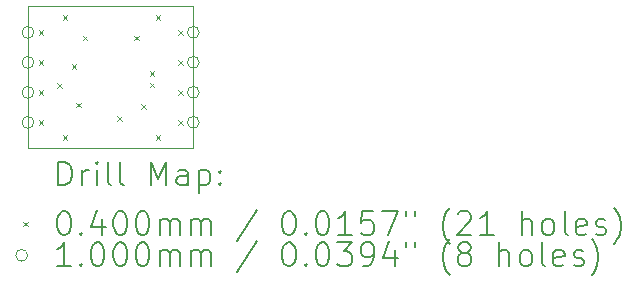
<source format=gbr>
%TF.GenerationSoftware,KiCad,Pcbnew,9.0.5+1*%
%TF.CreationDate,2025-11-07T10:46:58+01:00*%
%TF.ProjectId,ts17-tropic01-mini,74733137-2d74-4726-9f70-696330312d6d,rev?*%
%TF.SameCoordinates,Original*%
%TF.FileFunction,Drillmap*%
%TF.FilePolarity,Positive*%
%FSLAX45Y45*%
G04 Gerber Fmt 4.5, Leading zero omitted, Abs format (unit mm)*
G04 Created by KiCad (PCBNEW 9.0.5+1) date 2025-11-07 10:46:58*
%MOMM*%
%LPD*%
G01*
G04 APERTURE LIST*
%ADD10C,0.050000*%
%ADD11C,0.200000*%
%ADD12C,0.100000*%
G04 APERTURE END LIST*
D10*
X13000000Y-10200000D02*
X13000000Y-9000000D01*
X14400000Y-10200000D02*
X13000000Y-10200000D01*
X13000000Y-9000000D02*
X14400000Y-9000000D01*
X14400000Y-9000000D02*
X14400000Y-10200000D01*
D11*
D12*
X13090000Y-9199000D02*
X13130000Y-9239000D01*
X13130000Y-9199000D02*
X13090000Y-9239000D01*
X13090000Y-9453000D02*
X13130000Y-9493000D01*
X13130000Y-9453000D02*
X13090000Y-9493000D01*
X13090000Y-9707000D02*
X13130000Y-9747000D01*
X13130000Y-9707000D02*
X13090000Y-9747000D01*
X13090000Y-9961000D02*
X13130000Y-10001000D01*
X13130000Y-9961000D02*
X13090000Y-10001000D01*
X13250013Y-9646849D02*
X13290013Y-9686849D01*
X13290013Y-9646849D02*
X13250013Y-9686849D01*
X13294400Y-9072400D02*
X13334400Y-9112400D01*
X13334400Y-9072400D02*
X13294400Y-9112400D01*
X13294400Y-10088400D02*
X13334400Y-10128400D01*
X13334400Y-10088400D02*
X13294400Y-10128400D01*
X13370000Y-9490000D02*
X13410000Y-9530000D01*
X13410000Y-9490000D02*
X13370000Y-9530000D01*
X13411000Y-9814000D02*
X13451000Y-9854000D01*
X13451000Y-9814000D02*
X13411000Y-9854000D01*
X13463000Y-9248000D02*
X13503000Y-9288000D01*
X13503000Y-9248000D02*
X13463000Y-9288000D01*
X13755000Y-9930000D02*
X13795000Y-9970000D01*
X13795000Y-9930000D02*
X13755000Y-9970000D01*
X13897000Y-9247000D02*
X13937000Y-9287000D01*
X13937000Y-9247000D02*
X13897000Y-9287000D01*
X13960000Y-9830000D02*
X14000000Y-9870000D01*
X14000000Y-9830000D02*
X13960000Y-9870000D01*
X14030000Y-9545000D02*
X14070000Y-9585000D01*
X14070000Y-9545000D02*
X14030000Y-9585000D01*
X14030000Y-9645000D02*
X14070000Y-9685000D01*
X14070000Y-9645000D02*
X14030000Y-9685000D01*
X14081800Y-9072400D02*
X14121800Y-9112400D01*
X14121800Y-9072400D02*
X14081800Y-9112400D01*
X14081800Y-10088400D02*
X14121800Y-10128400D01*
X14121800Y-10088400D02*
X14081800Y-10128400D01*
X14270000Y-9199000D02*
X14310000Y-9239000D01*
X14310000Y-9199000D02*
X14270000Y-9239000D01*
X14270000Y-9453000D02*
X14310000Y-9493000D01*
X14310000Y-9453000D02*
X14270000Y-9493000D01*
X14270000Y-9707000D02*
X14310000Y-9747000D01*
X14310000Y-9707000D02*
X14270000Y-9747000D01*
X14270000Y-9961000D02*
X14310000Y-10001000D01*
X14310000Y-9961000D02*
X14270000Y-10001000D01*
X13050000Y-9219000D02*
G75*
G02*
X12950000Y-9219000I-50000J0D01*
G01*
X12950000Y-9219000D02*
G75*
G02*
X13050000Y-9219000I50000J0D01*
G01*
X13050000Y-9473000D02*
G75*
G02*
X12950000Y-9473000I-50000J0D01*
G01*
X12950000Y-9473000D02*
G75*
G02*
X13050000Y-9473000I50000J0D01*
G01*
X13050000Y-9727000D02*
G75*
G02*
X12950000Y-9727000I-50000J0D01*
G01*
X12950000Y-9727000D02*
G75*
G02*
X13050000Y-9727000I50000J0D01*
G01*
X13050000Y-9981000D02*
G75*
G02*
X12950000Y-9981000I-50000J0D01*
G01*
X12950000Y-9981000D02*
G75*
G02*
X13050000Y-9981000I50000J0D01*
G01*
X14450000Y-9219000D02*
G75*
G02*
X14350000Y-9219000I-50000J0D01*
G01*
X14350000Y-9219000D02*
G75*
G02*
X14450000Y-9219000I50000J0D01*
G01*
X14450000Y-9473000D02*
G75*
G02*
X14350000Y-9473000I-50000J0D01*
G01*
X14350000Y-9473000D02*
G75*
G02*
X14450000Y-9473000I50000J0D01*
G01*
X14450000Y-9727000D02*
G75*
G02*
X14350000Y-9727000I-50000J0D01*
G01*
X14350000Y-9727000D02*
G75*
G02*
X14450000Y-9727000I50000J0D01*
G01*
X14450000Y-9981000D02*
G75*
G02*
X14350000Y-9981000I-50000J0D01*
G01*
X14350000Y-9981000D02*
G75*
G02*
X14450000Y-9981000I50000J0D01*
G01*
D11*
X13258277Y-10513984D02*
X13258277Y-10313984D01*
X13258277Y-10313984D02*
X13305896Y-10313984D01*
X13305896Y-10313984D02*
X13334467Y-10323508D01*
X13334467Y-10323508D02*
X13353515Y-10342555D01*
X13353515Y-10342555D02*
X13363039Y-10361603D01*
X13363039Y-10361603D02*
X13372562Y-10399698D01*
X13372562Y-10399698D02*
X13372562Y-10428270D01*
X13372562Y-10428270D02*
X13363039Y-10466365D01*
X13363039Y-10466365D02*
X13353515Y-10485412D01*
X13353515Y-10485412D02*
X13334467Y-10504460D01*
X13334467Y-10504460D02*
X13305896Y-10513984D01*
X13305896Y-10513984D02*
X13258277Y-10513984D01*
X13458277Y-10513984D02*
X13458277Y-10380650D01*
X13458277Y-10418746D02*
X13467801Y-10399698D01*
X13467801Y-10399698D02*
X13477324Y-10390174D01*
X13477324Y-10390174D02*
X13496372Y-10380650D01*
X13496372Y-10380650D02*
X13515420Y-10380650D01*
X13582086Y-10513984D02*
X13582086Y-10380650D01*
X13582086Y-10313984D02*
X13572562Y-10323508D01*
X13572562Y-10323508D02*
X13582086Y-10333031D01*
X13582086Y-10333031D02*
X13591610Y-10323508D01*
X13591610Y-10323508D02*
X13582086Y-10313984D01*
X13582086Y-10313984D02*
X13582086Y-10333031D01*
X13705896Y-10513984D02*
X13686848Y-10504460D01*
X13686848Y-10504460D02*
X13677324Y-10485412D01*
X13677324Y-10485412D02*
X13677324Y-10313984D01*
X13810658Y-10513984D02*
X13791610Y-10504460D01*
X13791610Y-10504460D02*
X13782086Y-10485412D01*
X13782086Y-10485412D02*
X13782086Y-10313984D01*
X14039229Y-10513984D02*
X14039229Y-10313984D01*
X14039229Y-10313984D02*
X14105896Y-10456841D01*
X14105896Y-10456841D02*
X14172562Y-10313984D01*
X14172562Y-10313984D02*
X14172562Y-10513984D01*
X14353515Y-10513984D02*
X14353515Y-10409222D01*
X14353515Y-10409222D02*
X14343991Y-10390174D01*
X14343991Y-10390174D02*
X14324943Y-10380650D01*
X14324943Y-10380650D02*
X14286848Y-10380650D01*
X14286848Y-10380650D02*
X14267801Y-10390174D01*
X14353515Y-10504460D02*
X14334467Y-10513984D01*
X14334467Y-10513984D02*
X14286848Y-10513984D01*
X14286848Y-10513984D02*
X14267801Y-10504460D01*
X14267801Y-10504460D02*
X14258277Y-10485412D01*
X14258277Y-10485412D02*
X14258277Y-10466365D01*
X14258277Y-10466365D02*
X14267801Y-10447317D01*
X14267801Y-10447317D02*
X14286848Y-10437793D01*
X14286848Y-10437793D02*
X14334467Y-10437793D01*
X14334467Y-10437793D02*
X14353515Y-10428270D01*
X14448753Y-10380650D02*
X14448753Y-10580650D01*
X14448753Y-10390174D02*
X14467801Y-10380650D01*
X14467801Y-10380650D02*
X14505896Y-10380650D01*
X14505896Y-10380650D02*
X14524943Y-10390174D01*
X14524943Y-10390174D02*
X14534467Y-10399698D01*
X14534467Y-10399698D02*
X14543991Y-10418746D01*
X14543991Y-10418746D02*
X14543991Y-10475889D01*
X14543991Y-10475889D02*
X14534467Y-10494936D01*
X14534467Y-10494936D02*
X14524943Y-10504460D01*
X14524943Y-10504460D02*
X14505896Y-10513984D01*
X14505896Y-10513984D02*
X14467801Y-10513984D01*
X14467801Y-10513984D02*
X14448753Y-10504460D01*
X14629705Y-10494936D02*
X14639229Y-10504460D01*
X14639229Y-10504460D02*
X14629705Y-10513984D01*
X14629705Y-10513984D02*
X14620182Y-10504460D01*
X14620182Y-10504460D02*
X14629705Y-10494936D01*
X14629705Y-10494936D02*
X14629705Y-10513984D01*
X14629705Y-10390174D02*
X14639229Y-10399698D01*
X14639229Y-10399698D02*
X14629705Y-10409222D01*
X14629705Y-10409222D02*
X14620182Y-10399698D01*
X14620182Y-10399698D02*
X14629705Y-10390174D01*
X14629705Y-10390174D02*
X14629705Y-10409222D01*
D12*
X12957500Y-10822500D02*
X12997500Y-10862500D01*
X12997500Y-10822500D02*
X12957500Y-10862500D01*
D11*
X13296372Y-10733984D02*
X13315420Y-10733984D01*
X13315420Y-10733984D02*
X13334467Y-10743508D01*
X13334467Y-10743508D02*
X13343991Y-10753031D01*
X13343991Y-10753031D02*
X13353515Y-10772079D01*
X13353515Y-10772079D02*
X13363039Y-10810174D01*
X13363039Y-10810174D02*
X13363039Y-10857793D01*
X13363039Y-10857793D02*
X13353515Y-10895889D01*
X13353515Y-10895889D02*
X13343991Y-10914936D01*
X13343991Y-10914936D02*
X13334467Y-10924460D01*
X13334467Y-10924460D02*
X13315420Y-10933984D01*
X13315420Y-10933984D02*
X13296372Y-10933984D01*
X13296372Y-10933984D02*
X13277324Y-10924460D01*
X13277324Y-10924460D02*
X13267801Y-10914936D01*
X13267801Y-10914936D02*
X13258277Y-10895889D01*
X13258277Y-10895889D02*
X13248753Y-10857793D01*
X13248753Y-10857793D02*
X13248753Y-10810174D01*
X13248753Y-10810174D02*
X13258277Y-10772079D01*
X13258277Y-10772079D02*
X13267801Y-10753031D01*
X13267801Y-10753031D02*
X13277324Y-10743508D01*
X13277324Y-10743508D02*
X13296372Y-10733984D01*
X13448753Y-10914936D02*
X13458277Y-10924460D01*
X13458277Y-10924460D02*
X13448753Y-10933984D01*
X13448753Y-10933984D02*
X13439229Y-10924460D01*
X13439229Y-10924460D02*
X13448753Y-10914936D01*
X13448753Y-10914936D02*
X13448753Y-10933984D01*
X13629705Y-10800650D02*
X13629705Y-10933984D01*
X13582086Y-10724460D02*
X13534467Y-10867317D01*
X13534467Y-10867317D02*
X13658277Y-10867317D01*
X13772562Y-10733984D02*
X13791610Y-10733984D01*
X13791610Y-10733984D02*
X13810658Y-10743508D01*
X13810658Y-10743508D02*
X13820182Y-10753031D01*
X13820182Y-10753031D02*
X13829705Y-10772079D01*
X13829705Y-10772079D02*
X13839229Y-10810174D01*
X13839229Y-10810174D02*
X13839229Y-10857793D01*
X13839229Y-10857793D02*
X13829705Y-10895889D01*
X13829705Y-10895889D02*
X13820182Y-10914936D01*
X13820182Y-10914936D02*
X13810658Y-10924460D01*
X13810658Y-10924460D02*
X13791610Y-10933984D01*
X13791610Y-10933984D02*
X13772562Y-10933984D01*
X13772562Y-10933984D02*
X13753515Y-10924460D01*
X13753515Y-10924460D02*
X13743991Y-10914936D01*
X13743991Y-10914936D02*
X13734467Y-10895889D01*
X13734467Y-10895889D02*
X13724943Y-10857793D01*
X13724943Y-10857793D02*
X13724943Y-10810174D01*
X13724943Y-10810174D02*
X13734467Y-10772079D01*
X13734467Y-10772079D02*
X13743991Y-10753031D01*
X13743991Y-10753031D02*
X13753515Y-10743508D01*
X13753515Y-10743508D02*
X13772562Y-10733984D01*
X13963039Y-10733984D02*
X13982086Y-10733984D01*
X13982086Y-10733984D02*
X14001134Y-10743508D01*
X14001134Y-10743508D02*
X14010658Y-10753031D01*
X14010658Y-10753031D02*
X14020182Y-10772079D01*
X14020182Y-10772079D02*
X14029705Y-10810174D01*
X14029705Y-10810174D02*
X14029705Y-10857793D01*
X14029705Y-10857793D02*
X14020182Y-10895889D01*
X14020182Y-10895889D02*
X14010658Y-10914936D01*
X14010658Y-10914936D02*
X14001134Y-10924460D01*
X14001134Y-10924460D02*
X13982086Y-10933984D01*
X13982086Y-10933984D02*
X13963039Y-10933984D01*
X13963039Y-10933984D02*
X13943991Y-10924460D01*
X13943991Y-10924460D02*
X13934467Y-10914936D01*
X13934467Y-10914936D02*
X13924943Y-10895889D01*
X13924943Y-10895889D02*
X13915420Y-10857793D01*
X13915420Y-10857793D02*
X13915420Y-10810174D01*
X13915420Y-10810174D02*
X13924943Y-10772079D01*
X13924943Y-10772079D02*
X13934467Y-10753031D01*
X13934467Y-10753031D02*
X13943991Y-10743508D01*
X13943991Y-10743508D02*
X13963039Y-10733984D01*
X14115420Y-10933984D02*
X14115420Y-10800650D01*
X14115420Y-10819698D02*
X14124943Y-10810174D01*
X14124943Y-10810174D02*
X14143991Y-10800650D01*
X14143991Y-10800650D02*
X14172563Y-10800650D01*
X14172563Y-10800650D02*
X14191610Y-10810174D01*
X14191610Y-10810174D02*
X14201134Y-10829222D01*
X14201134Y-10829222D02*
X14201134Y-10933984D01*
X14201134Y-10829222D02*
X14210658Y-10810174D01*
X14210658Y-10810174D02*
X14229705Y-10800650D01*
X14229705Y-10800650D02*
X14258277Y-10800650D01*
X14258277Y-10800650D02*
X14277324Y-10810174D01*
X14277324Y-10810174D02*
X14286848Y-10829222D01*
X14286848Y-10829222D02*
X14286848Y-10933984D01*
X14382086Y-10933984D02*
X14382086Y-10800650D01*
X14382086Y-10819698D02*
X14391610Y-10810174D01*
X14391610Y-10810174D02*
X14410658Y-10800650D01*
X14410658Y-10800650D02*
X14439229Y-10800650D01*
X14439229Y-10800650D02*
X14458277Y-10810174D01*
X14458277Y-10810174D02*
X14467801Y-10829222D01*
X14467801Y-10829222D02*
X14467801Y-10933984D01*
X14467801Y-10829222D02*
X14477324Y-10810174D01*
X14477324Y-10810174D02*
X14496372Y-10800650D01*
X14496372Y-10800650D02*
X14524943Y-10800650D01*
X14524943Y-10800650D02*
X14543991Y-10810174D01*
X14543991Y-10810174D02*
X14553515Y-10829222D01*
X14553515Y-10829222D02*
X14553515Y-10933984D01*
X14943991Y-10724460D02*
X14772563Y-10981603D01*
X15201134Y-10733984D02*
X15220182Y-10733984D01*
X15220182Y-10733984D02*
X15239229Y-10743508D01*
X15239229Y-10743508D02*
X15248753Y-10753031D01*
X15248753Y-10753031D02*
X15258277Y-10772079D01*
X15258277Y-10772079D02*
X15267801Y-10810174D01*
X15267801Y-10810174D02*
X15267801Y-10857793D01*
X15267801Y-10857793D02*
X15258277Y-10895889D01*
X15258277Y-10895889D02*
X15248753Y-10914936D01*
X15248753Y-10914936D02*
X15239229Y-10924460D01*
X15239229Y-10924460D02*
X15220182Y-10933984D01*
X15220182Y-10933984D02*
X15201134Y-10933984D01*
X15201134Y-10933984D02*
X15182086Y-10924460D01*
X15182086Y-10924460D02*
X15172563Y-10914936D01*
X15172563Y-10914936D02*
X15163039Y-10895889D01*
X15163039Y-10895889D02*
X15153515Y-10857793D01*
X15153515Y-10857793D02*
X15153515Y-10810174D01*
X15153515Y-10810174D02*
X15163039Y-10772079D01*
X15163039Y-10772079D02*
X15172563Y-10753031D01*
X15172563Y-10753031D02*
X15182086Y-10743508D01*
X15182086Y-10743508D02*
X15201134Y-10733984D01*
X15353515Y-10914936D02*
X15363039Y-10924460D01*
X15363039Y-10924460D02*
X15353515Y-10933984D01*
X15353515Y-10933984D02*
X15343991Y-10924460D01*
X15343991Y-10924460D02*
X15353515Y-10914936D01*
X15353515Y-10914936D02*
X15353515Y-10933984D01*
X15486848Y-10733984D02*
X15505896Y-10733984D01*
X15505896Y-10733984D02*
X15524944Y-10743508D01*
X15524944Y-10743508D02*
X15534467Y-10753031D01*
X15534467Y-10753031D02*
X15543991Y-10772079D01*
X15543991Y-10772079D02*
X15553515Y-10810174D01*
X15553515Y-10810174D02*
X15553515Y-10857793D01*
X15553515Y-10857793D02*
X15543991Y-10895889D01*
X15543991Y-10895889D02*
X15534467Y-10914936D01*
X15534467Y-10914936D02*
X15524944Y-10924460D01*
X15524944Y-10924460D02*
X15505896Y-10933984D01*
X15505896Y-10933984D02*
X15486848Y-10933984D01*
X15486848Y-10933984D02*
X15467801Y-10924460D01*
X15467801Y-10924460D02*
X15458277Y-10914936D01*
X15458277Y-10914936D02*
X15448753Y-10895889D01*
X15448753Y-10895889D02*
X15439229Y-10857793D01*
X15439229Y-10857793D02*
X15439229Y-10810174D01*
X15439229Y-10810174D02*
X15448753Y-10772079D01*
X15448753Y-10772079D02*
X15458277Y-10753031D01*
X15458277Y-10753031D02*
X15467801Y-10743508D01*
X15467801Y-10743508D02*
X15486848Y-10733984D01*
X15743991Y-10933984D02*
X15629706Y-10933984D01*
X15686848Y-10933984D02*
X15686848Y-10733984D01*
X15686848Y-10733984D02*
X15667801Y-10762555D01*
X15667801Y-10762555D02*
X15648753Y-10781603D01*
X15648753Y-10781603D02*
X15629706Y-10791127D01*
X15924944Y-10733984D02*
X15829706Y-10733984D01*
X15829706Y-10733984D02*
X15820182Y-10829222D01*
X15820182Y-10829222D02*
X15829706Y-10819698D01*
X15829706Y-10819698D02*
X15848753Y-10810174D01*
X15848753Y-10810174D02*
X15896372Y-10810174D01*
X15896372Y-10810174D02*
X15915420Y-10819698D01*
X15915420Y-10819698D02*
X15924944Y-10829222D01*
X15924944Y-10829222D02*
X15934467Y-10848270D01*
X15934467Y-10848270D02*
X15934467Y-10895889D01*
X15934467Y-10895889D02*
X15924944Y-10914936D01*
X15924944Y-10914936D02*
X15915420Y-10924460D01*
X15915420Y-10924460D02*
X15896372Y-10933984D01*
X15896372Y-10933984D02*
X15848753Y-10933984D01*
X15848753Y-10933984D02*
X15829706Y-10924460D01*
X15829706Y-10924460D02*
X15820182Y-10914936D01*
X16001134Y-10733984D02*
X16134467Y-10733984D01*
X16134467Y-10733984D02*
X16048753Y-10933984D01*
X16201134Y-10733984D02*
X16201134Y-10772079D01*
X16277325Y-10733984D02*
X16277325Y-10772079D01*
X16572563Y-11010174D02*
X16563039Y-11000650D01*
X16563039Y-11000650D02*
X16543991Y-10972079D01*
X16543991Y-10972079D02*
X16534468Y-10953031D01*
X16534468Y-10953031D02*
X16524944Y-10924460D01*
X16524944Y-10924460D02*
X16515420Y-10876841D01*
X16515420Y-10876841D02*
X16515420Y-10838746D01*
X16515420Y-10838746D02*
X16524944Y-10791127D01*
X16524944Y-10791127D02*
X16534468Y-10762555D01*
X16534468Y-10762555D02*
X16543991Y-10743508D01*
X16543991Y-10743508D02*
X16563039Y-10714936D01*
X16563039Y-10714936D02*
X16572563Y-10705412D01*
X16639229Y-10753031D02*
X16648753Y-10743508D01*
X16648753Y-10743508D02*
X16667801Y-10733984D01*
X16667801Y-10733984D02*
X16715420Y-10733984D01*
X16715420Y-10733984D02*
X16734468Y-10743508D01*
X16734468Y-10743508D02*
X16743991Y-10753031D01*
X16743991Y-10753031D02*
X16753515Y-10772079D01*
X16753515Y-10772079D02*
X16753515Y-10791127D01*
X16753515Y-10791127D02*
X16743991Y-10819698D01*
X16743991Y-10819698D02*
X16629706Y-10933984D01*
X16629706Y-10933984D02*
X16753515Y-10933984D01*
X16943991Y-10933984D02*
X16829706Y-10933984D01*
X16886849Y-10933984D02*
X16886849Y-10733984D01*
X16886849Y-10733984D02*
X16867801Y-10762555D01*
X16867801Y-10762555D02*
X16848753Y-10781603D01*
X16848753Y-10781603D02*
X16829706Y-10791127D01*
X17182087Y-10933984D02*
X17182087Y-10733984D01*
X17267801Y-10933984D02*
X17267801Y-10829222D01*
X17267801Y-10829222D02*
X17258277Y-10810174D01*
X17258277Y-10810174D02*
X17239230Y-10800650D01*
X17239230Y-10800650D02*
X17210658Y-10800650D01*
X17210658Y-10800650D02*
X17191611Y-10810174D01*
X17191611Y-10810174D02*
X17182087Y-10819698D01*
X17391611Y-10933984D02*
X17372563Y-10924460D01*
X17372563Y-10924460D02*
X17363039Y-10914936D01*
X17363039Y-10914936D02*
X17353515Y-10895889D01*
X17353515Y-10895889D02*
X17353515Y-10838746D01*
X17353515Y-10838746D02*
X17363039Y-10819698D01*
X17363039Y-10819698D02*
X17372563Y-10810174D01*
X17372563Y-10810174D02*
X17391611Y-10800650D01*
X17391611Y-10800650D02*
X17420182Y-10800650D01*
X17420182Y-10800650D02*
X17439230Y-10810174D01*
X17439230Y-10810174D02*
X17448753Y-10819698D01*
X17448753Y-10819698D02*
X17458277Y-10838746D01*
X17458277Y-10838746D02*
X17458277Y-10895889D01*
X17458277Y-10895889D02*
X17448753Y-10914936D01*
X17448753Y-10914936D02*
X17439230Y-10924460D01*
X17439230Y-10924460D02*
X17420182Y-10933984D01*
X17420182Y-10933984D02*
X17391611Y-10933984D01*
X17572563Y-10933984D02*
X17553515Y-10924460D01*
X17553515Y-10924460D02*
X17543992Y-10905412D01*
X17543992Y-10905412D02*
X17543992Y-10733984D01*
X17724944Y-10924460D02*
X17705896Y-10933984D01*
X17705896Y-10933984D02*
X17667801Y-10933984D01*
X17667801Y-10933984D02*
X17648753Y-10924460D01*
X17648753Y-10924460D02*
X17639230Y-10905412D01*
X17639230Y-10905412D02*
X17639230Y-10829222D01*
X17639230Y-10829222D02*
X17648753Y-10810174D01*
X17648753Y-10810174D02*
X17667801Y-10800650D01*
X17667801Y-10800650D02*
X17705896Y-10800650D01*
X17705896Y-10800650D02*
X17724944Y-10810174D01*
X17724944Y-10810174D02*
X17734468Y-10829222D01*
X17734468Y-10829222D02*
X17734468Y-10848270D01*
X17734468Y-10848270D02*
X17639230Y-10867317D01*
X17810658Y-10924460D02*
X17829706Y-10933984D01*
X17829706Y-10933984D02*
X17867801Y-10933984D01*
X17867801Y-10933984D02*
X17886849Y-10924460D01*
X17886849Y-10924460D02*
X17896373Y-10905412D01*
X17896373Y-10905412D02*
X17896373Y-10895889D01*
X17896373Y-10895889D02*
X17886849Y-10876841D01*
X17886849Y-10876841D02*
X17867801Y-10867317D01*
X17867801Y-10867317D02*
X17839230Y-10867317D01*
X17839230Y-10867317D02*
X17820182Y-10857793D01*
X17820182Y-10857793D02*
X17810658Y-10838746D01*
X17810658Y-10838746D02*
X17810658Y-10829222D01*
X17810658Y-10829222D02*
X17820182Y-10810174D01*
X17820182Y-10810174D02*
X17839230Y-10800650D01*
X17839230Y-10800650D02*
X17867801Y-10800650D01*
X17867801Y-10800650D02*
X17886849Y-10810174D01*
X17963039Y-11010174D02*
X17972563Y-11000650D01*
X17972563Y-11000650D02*
X17991611Y-10972079D01*
X17991611Y-10972079D02*
X18001134Y-10953031D01*
X18001134Y-10953031D02*
X18010658Y-10924460D01*
X18010658Y-10924460D02*
X18020182Y-10876841D01*
X18020182Y-10876841D02*
X18020182Y-10838746D01*
X18020182Y-10838746D02*
X18010658Y-10791127D01*
X18010658Y-10791127D02*
X18001134Y-10762555D01*
X18001134Y-10762555D02*
X17991611Y-10743508D01*
X17991611Y-10743508D02*
X17972563Y-10714936D01*
X17972563Y-10714936D02*
X17963039Y-10705412D01*
D12*
X12997500Y-11106500D02*
G75*
G02*
X12897500Y-11106500I-50000J0D01*
G01*
X12897500Y-11106500D02*
G75*
G02*
X12997500Y-11106500I50000J0D01*
G01*
D11*
X13363039Y-11197984D02*
X13248753Y-11197984D01*
X13305896Y-11197984D02*
X13305896Y-10997984D01*
X13305896Y-10997984D02*
X13286848Y-11026555D01*
X13286848Y-11026555D02*
X13267801Y-11045603D01*
X13267801Y-11045603D02*
X13248753Y-11055127D01*
X13448753Y-11178936D02*
X13458277Y-11188460D01*
X13458277Y-11188460D02*
X13448753Y-11197984D01*
X13448753Y-11197984D02*
X13439229Y-11188460D01*
X13439229Y-11188460D02*
X13448753Y-11178936D01*
X13448753Y-11178936D02*
X13448753Y-11197984D01*
X13582086Y-10997984D02*
X13601134Y-10997984D01*
X13601134Y-10997984D02*
X13620182Y-11007508D01*
X13620182Y-11007508D02*
X13629705Y-11017031D01*
X13629705Y-11017031D02*
X13639229Y-11036079D01*
X13639229Y-11036079D02*
X13648753Y-11074174D01*
X13648753Y-11074174D02*
X13648753Y-11121793D01*
X13648753Y-11121793D02*
X13639229Y-11159889D01*
X13639229Y-11159889D02*
X13629705Y-11178936D01*
X13629705Y-11178936D02*
X13620182Y-11188460D01*
X13620182Y-11188460D02*
X13601134Y-11197984D01*
X13601134Y-11197984D02*
X13582086Y-11197984D01*
X13582086Y-11197984D02*
X13563039Y-11188460D01*
X13563039Y-11188460D02*
X13553515Y-11178936D01*
X13553515Y-11178936D02*
X13543991Y-11159889D01*
X13543991Y-11159889D02*
X13534467Y-11121793D01*
X13534467Y-11121793D02*
X13534467Y-11074174D01*
X13534467Y-11074174D02*
X13543991Y-11036079D01*
X13543991Y-11036079D02*
X13553515Y-11017031D01*
X13553515Y-11017031D02*
X13563039Y-11007508D01*
X13563039Y-11007508D02*
X13582086Y-10997984D01*
X13772562Y-10997984D02*
X13791610Y-10997984D01*
X13791610Y-10997984D02*
X13810658Y-11007508D01*
X13810658Y-11007508D02*
X13820182Y-11017031D01*
X13820182Y-11017031D02*
X13829705Y-11036079D01*
X13829705Y-11036079D02*
X13839229Y-11074174D01*
X13839229Y-11074174D02*
X13839229Y-11121793D01*
X13839229Y-11121793D02*
X13829705Y-11159889D01*
X13829705Y-11159889D02*
X13820182Y-11178936D01*
X13820182Y-11178936D02*
X13810658Y-11188460D01*
X13810658Y-11188460D02*
X13791610Y-11197984D01*
X13791610Y-11197984D02*
X13772562Y-11197984D01*
X13772562Y-11197984D02*
X13753515Y-11188460D01*
X13753515Y-11188460D02*
X13743991Y-11178936D01*
X13743991Y-11178936D02*
X13734467Y-11159889D01*
X13734467Y-11159889D02*
X13724943Y-11121793D01*
X13724943Y-11121793D02*
X13724943Y-11074174D01*
X13724943Y-11074174D02*
X13734467Y-11036079D01*
X13734467Y-11036079D02*
X13743991Y-11017031D01*
X13743991Y-11017031D02*
X13753515Y-11007508D01*
X13753515Y-11007508D02*
X13772562Y-10997984D01*
X13963039Y-10997984D02*
X13982086Y-10997984D01*
X13982086Y-10997984D02*
X14001134Y-11007508D01*
X14001134Y-11007508D02*
X14010658Y-11017031D01*
X14010658Y-11017031D02*
X14020182Y-11036079D01*
X14020182Y-11036079D02*
X14029705Y-11074174D01*
X14029705Y-11074174D02*
X14029705Y-11121793D01*
X14029705Y-11121793D02*
X14020182Y-11159889D01*
X14020182Y-11159889D02*
X14010658Y-11178936D01*
X14010658Y-11178936D02*
X14001134Y-11188460D01*
X14001134Y-11188460D02*
X13982086Y-11197984D01*
X13982086Y-11197984D02*
X13963039Y-11197984D01*
X13963039Y-11197984D02*
X13943991Y-11188460D01*
X13943991Y-11188460D02*
X13934467Y-11178936D01*
X13934467Y-11178936D02*
X13924943Y-11159889D01*
X13924943Y-11159889D02*
X13915420Y-11121793D01*
X13915420Y-11121793D02*
X13915420Y-11074174D01*
X13915420Y-11074174D02*
X13924943Y-11036079D01*
X13924943Y-11036079D02*
X13934467Y-11017031D01*
X13934467Y-11017031D02*
X13943991Y-11007508D01*
X13943991Y-11007508D02*
X13963039Y-10997984D01*
X14115420Y-11197984D02*
X14115420Y-11064650D01*
X14115420Y-11083698D02*
X14124943Y-11074174D01*
X14124943Y-11074174D02*
X14143991Y-11064650D01*
X14143991Y-11064650D02*
X14172563Y-11064650D01*
X14172563Y-11064650D02*
X14191610Y-11074174D01*
X14191610Y-11074174D02*
X14201134Y-11093222D01*
X14201134Y-11093222D02*
X14201134Y-11197984D01*
X14201134Y-11093222D02*
X14210658Y-11074174D01*
X14210658Y-11074174D02*
X14229705Y-11064650D01*
X14229705Y-11064650D02*
X14258277Y-11064650D01*
X14258277Y-11064650D02*
X14277324Y-11074174D01*
X14277324Y-11074174D02*
X14286848Y-11093222D01*
X14286848Y-11093222D02*
X14286848Y-11197984D01*
X14382086Y-11197984D02*
X14382086Y-11064650D01*
X14382086Y-11083698D02*
X14391610Y-11074174D01*
X14391610Y-11074174D02*
X14410658Y-11064650D01*
X14410658Y-11064650D02*
X14439229Y-11064650D01*
X14439229Y-11064650D02*
X14458277Y-11074174D01*
X14458277Y-11074174D02*
X14467801Y-11093222D01*
X14467801Y-11093222D02*
X14467801Y-11197984D01*
X14467801Y-11093222D02*
X14477324Y-11074174D01*
X14477324Y-11074174D02*
X14496372Y-11064650D01*
X14496372Y-11064650D02*
X14524943Y-11064650D01*
X14524943Y-11064650D02*
X14543991Y-11074174D01*
X14543991Y-11074174D02*
X14553515Y-11093222D01*
X14553515Y-11093222D02*
X14553515Y-11197984D01*
X14943991Y-10988460D02*
X14772563Y-11245603D01*
X15201134Y-10997984D02*
X15220182Y-10997984D01*
X15220182Y-10997984D02*
X15239229Y-11007508D01*
X15239229Y-11007508D02*
X15248753Y-11017031D01*
X15248753Y-11017031D02*
X15258277Y-11036079D01*
X15258277Y-11036079D02*
X15267801Y-11074174D01*
X15267801Y-11074174D02*
X15267801Y-11121793D01*
X15267801Y-11121793D02*
X15258277Y-11159889D01*
X15258277Y-11159889D02*
X15248753Y-11178936D01*
X15248753Y-11178936D02*
X15239229Y-11188460D01*
X15239229Y-11188460D02*
X15220182Y-11197984D01*
X15220182Y-11197984D02*
X15201134Y-11197984D01*
X15201134Y-11197984D02*
X15182086Y-11188460D01*
X15182086Y-11188460D02*
X15172563Y-11178936D01*
X15172563Y-11178936D02*
X15163039Y-11159889D01*
X15163039Y-11159889D02*
X15153515Y-11121793D01*
X15153515Y-11121793D02*
X15153515Y-11074174D01*
X15153515Y-11074174D02*
X15163039Y-11036079D01*
X15163039Y-11036079D02*
X15172563Y-11017031D01*
X15172563Y-11017031D02*
X15182086Y-11007508D01*
X15182086Y-11007508D02*
X15201134Y-10997984D01*
X15353515Y-11178936D02*
X15363039Y-11188460D01*
X15363039Y-11188460D02*
X15353515Y-11197984D01*
X15353515Y-11197984D02*
X15343991Y-11188460D01*
X15343991Y-11188460D02*
X15353515Y-11178936D01*
X15353515Y-11178936D02*
X15353515Y-11197984D01*
X15486848Y-10997984D02*
X15505896Y-10997984D01*
X15505896Y-10997984D02*
X15524944Y-11007508D01*
X15524944Y-11007508D02*
X15534467Y-11017031D01*
X15534467Y-11017031D02*
X15543991Y-11036079D01*
X15543991Y-11036079D02*
X15553515Y-11074174D01*
X15553515Y-11074174D02*
X15553515Y-11121793D01*
X15553515Y-11121793D02*
X15543991Y-11159889D01*
X15543991Y-11159889D02*
X15534467Y-11178936D01*
X15534467Y-11178936D02*
X15524944Y-11188460D01*
X15524944Y-11188460D02*
X15505896Y-11197984D01*
X15505896Y-11197984D02*
X15486848Y-11197984D01*
X15486848Y-11197984D02*
X15467801Y-11188460D01*
X15467801Y-11188460D02*
X15458277Y-11178936D01*
X15458277Y-11178936D02*
X15448753Y-11159889D01*
X15448753Y-11159889D02*
X15439229Y-11121793D01*
X15439229Y-11121793D02*
X15439229Y-11074174D01*
X15439229Y-11074174D02*
X15448753Y-11036079D01*
X15448753Y-11036079D02*
X15458277Y-11017031D01*
X15458277Y-11017031D02*
X15467801Y-11007508D01*
X15467801Y-11007508D02*
X15486848Y-10997984D01*
X15620182Y-10997984D02*
X15743991Y-10997984D01*
X15743991Y-10997984D02*
X15677325Y-11074174D01*
X15677325Y-11074174D02*
X15705896Y-11074174D01*
X15705896Y-11074174D02*
X15724944Y-11083698D01*
X15724944Y-11083698D02*
X15734467Y-11093222D01*
X15734467Y-11093222D02*
X15743991Y-11112270D01*
X15743991Y-11112270D02*
X15743991Y-11159889D01*
X15743991Y-11159889D02*
X15734467Y-11178936D01*
X15734467Y-11178936D02*
X15724944Y-11188460D01*
X15724944Y-11188460D02*
X15705896Y-11197984D01*
X15705896Y-11197984D02*
X15648753Y-11197984D01*
X15648753Y-11197984D02*
X15629706Y-11188460D01*
X15629706Y-11188460D02*
X15620182Y-11178936D01*
X15839229Y-11197984D02*
X15877325Y-11197984D01*
X15877325Y-11197984D02*
X15896372Y-11188460D01*
X15896372Y-11188460D02*
X15905896Y-11178936D01*
X15905896Y-11178936D02*
X15924944Y-11150365D01*
X15924944Y-11150365D02*
X15934467Y-11112270D01*
X15934467Y-11112270D02*
X15934467Y-11036079D01*
X15934467Y-11036079D02*
X15924944Y-11017031D01*
X15924944Y-11017031D02*
X15915420Y-11007508D01*
X15915420Y-11007508D02*
X15896372Y-10997984D01*
X15896372Y-10997984D02*
X15858277Y-10997984D01*
X15858277Y-10997984D02*
X15839229Y-11007508D01*
X15839229Y-11007508D02*
X15829706Y-11017031D01*
X15829706Y-11017031D02*
X15820182Y-11036079D01*
X15820182Y-11036079D02*
X15820182Y-11083698D01*
X15820182Y-11083698D02*
X15829706Y-11102746D01*
X15829706Y-11102746D02*
X15839229Y-11112270D01*
X15839229Y-11112270D02*
X15858277Y-11121793D01*
X15858277Y-11121793D02*
X15896372Y-11121793D01*
X15896372Y-11121793D02*
X15915420Y-11112270D01*
X15915420Y-11112270D02*
X15924944Y-11102746D01*
X15924944Y-11102746D02*
X15934467Y-11083698D01*
X16105896Y-11064650D02*
X16105896Y-11197984D01*
X16058277Y-10988460D02*
X16010658Y-11131317D01*
X16010658Y-11131317D02*
X16134467Y-11131317D01*
X16201134Y-10997984D02*
X16201134Y-11036079D01*
X16277325Y-10997984D02*
X16277325Y-11036079D01*
X16572563Y-11274174D02*
X16563039Y-11264650D01*
X16563039Y-11264650D02*
X16543991Y-11236079D01*
X16543991Y-11236079D02*
X16534468Y-11217031D01*
X16534468Y-11217031D02*
X16524944Y-11188460D01*
X16524944Y-11188460D02*
X16515420Y-11140841D01*
X16515420Y-11140841D02*
X16515420Y-11102746D01*
X16515420Y-11102746D02*
X16524944Y-11055127D01*
X16524944Y-11055127D02*
X16534468Y-11026555D01*
X16534468Y-11026555D02*
X16543991Y-11007508D01*
X16543991Y-11007508D02*
X16563039Y-10978936D01*
X16563039Y-10978936D02*
X16572563Y-10969412D01*
X16677325Y-11083698D02*
X16658277Y-11074174D01*
X16658277Y-11074174D02*
X16648753Y-11064650D01*
X16648753Y-11064650D02*
X16639229Y-11045603D01*
X16639229Y-11045603D02*
X16639229Y-11036079D01*
X16639229Y-11036079D02*
X16648753Y-11017031D01*
X16648753Y-11017031D02*
X16658277Y-11007508D01*
X16658277Y-11007508D02*
X16677325Y-10997984D01*
X16677325Y-10997984D02*
X16715420Y-10997984D01*
X16715420Y-10997984D02*
X16734468Y-11007508D01*
X16734468Y-11007508D02*
X16743991Y-11017031D01*
X16743991Y-11017031D02*
X16753515Y-11036079D01*
X16753515Y-11036079D02*
X16753515Y-11045603D01*
X16753515Y-11045603D02*
X16743991Y-11064650D01*
X16743991Y-11064650D02*
X16734468Y-11074174D01*
X16734468Y-11074174D02*
X16715420Y-11083698D01*
X16715420Y-11083698D02*
X16677325Y-11083698D01*
X16677325Y-11083698D02*
X16658277Y-11093222D01*
X16658277Y-11093222D02*
X16648753Y-11102746D01*
X16648753Y-11102746D02*
X16639229Y-11121793D01*
X16639229Y-11121793D02*
X16639229Y-11159889D01*
X16639229Y-11159889D02*
X16648753Y-11178936D01*
X16648753Y-11178936D02*
X16658277Y-11188460D01*
X16658277Y-11188460D02*
X16677325Y-11197984D01*
X16677325Y-11197984D02*
X16715420Y-11197984D01*
X16715420Y-11197984D02*
X16734468Y-11188460D01*
X16734468Y-11188460D02*
X16743991Y-11178936D01*
X16743991Y-11178936D02*
X16753515Y-11159889D01*
X16753515Y-11159889D02*
X16753515Y-11121793D01*
X16753515Y-11121793D02*
X16743991Y-11102746D01*
X16743991Y-11102746D02*
X16734468Y-11093222D01*
X16734468Y-11093222D02*
X16715420Y-11083698D01*
X16991611Y-11197984D02*
X16991611Y-10997984D01*
X17077325Y-11197984D02*
X17077325Y-11093222D01*
X17077325Y-11093222D02*
X17067801Y-11074174D01*
X17067801Y-11074174D02*
X17048753Y-11064650D01*
X17048753Y-11064650D02*
X17020182Y-11064650D01*
X17020182Y-11064650D02*
X17001134Y-11074174D01*
X17001134Y-11074174D02*
X16991611Y-11083698D01*
X17201134Y-11197984D02*
X17182087Y-11188460D01*
X17182087Y-11188460D02*
X17172563Y-11178936D01*
X17172563Y-11178936D02*
X17163039Y-11159889D01*
X17163039Y-11159889D02*
X17163039Y-11102746D01*
X17163039Y-11102746D02*
X17172563Y-11083698D01*
X17172563Y-11083698D02*
X17182087Y-11074174D01*
X17182087Y-11074174D02*
X17201134Y-11064650D01*
X17201134Y-11064650D02*
X17229706Y-11064650D01*
X17229706Y-11064650D02*
X17248753Y-11074174D01*
X17248753Y-11074174D02*
X17258277Y-11083698D01*
X17258277Y-11083698D02*
X17267801Y-11102746D01*
X17267801Y-11102746D02*
X17267801Y-11159889D01*
X17267801Y-11159889D02*
X17258277Y-11178936D01*
X17258277Y-11178936D02*
X17248753Y-11188460D01*
X17248753Y-11188460D02*
X17229706Y-11197984D01*
X17229706Y-11197984D02*
X17201134Y-11197984D01*
X17382087Y-11197984D02*
X17363039Y-11188460D01*
X17363039Y-11188460D02*
X17353515Y-11169412D01*
X17353515Y-11169412D02*
X17353515Y-10997984D01*
X17534468Y-11188460D02*
X17515420Y-11197984D01*
X17515420Y-11197984D02*
X17477325Y-11197984D01*
X17477325Y-11197984D02*
X17458277Y-11188460D01*
X17458277Y-11188460D02*
X17448753Y-11169412D01*
X17448753Y-11169412D02*
X17448753Y-11093222D01*
X17448753Y-11093222D02*
X17458277Y-11074174D01*
X17458277Y-11074174D02*
X17477325Y-11064650D01*
X17477325Y-11064650D02*
X17515420Y-11064650D01*
X17515420Y-11064650D02*
X17534468Y-11074174D01*
X17534468Y-11074174D02*
X17543992Y-11093222D01*
X17543992Y-11093222D02*
X17543992Y-11112270D01*
X17543992Y-11112270D02*
X17448753Y-11131317D01*
X17620182Y-11188460D02*
X17639230Y-11197984D01*
X17639230Y-11197984D02*
X17677325Y-11197984D01*
X17677325Y-11197984D02*
X17696373Y-11188460D01*
X17696373Y-11188460D02*
X17705896Y-11169412D01*
X17705896Y-11169412D02*
X17705896Y-11159889D01*
X17705896Y-11159889D02*
X17696373Y-11140841D01*
X17696373Y-11140841D02*
X17677325Y-11131317D01*
X17677325Y-11131317D02*
X17648753Y-11131317D01*
X17648753Y-11131317D02*
X17629706Y-11121793D01*
X17629706Y-11121793D02*
X17620182Y-11102746D01*
X17620182Y-11102746D02*
X17620182Y-11093222D01*
X17620182Y-11093222D02*
X17629706Y-11074174D01*
X17629706Y-11074174D02*
X17648753Y-11064650D01*
X17648753Y-11064650D02*
X17677325Y-11064650D01*
X17677325Y-11064650D02*
X17696373Y-11074174D01*
X17772563Y-11274174D02*
X17782087Y-11264650D01*
X17782087Y-11264650D02*
X17801134Y-11236079D01*
X17801134Y-11236079D02*
X17810658Y-11217031D01*
X17810658Y-11217031D02*
X17820182Y-11188460D01*
X17820182Y-11188460D02*
X17829706Y-11140841D01*
X17829706Y-11140841D02*
X17829706Y-11102746D01*
X17829706Y-11102746D02*
X17820182Y-11055127D01*
X17820182Y-11055127D02*
X17810658Y-11026555D01*
X17810658Y-11026555D02*
X17801134Y-11007508D01*
X17801134Y-11007508D02*
X17782087Y-10978936D01*
X17782087Y-10978936D02*
X17772563Y-10969412D01*
M02*

</source>
